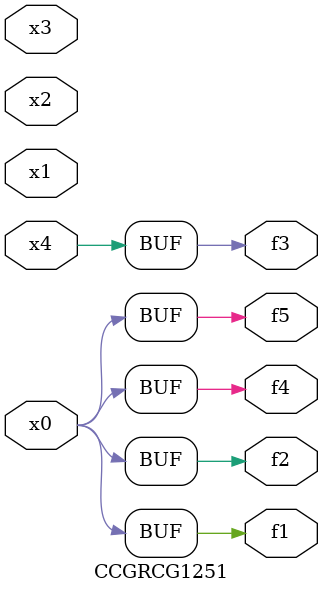
<source format=v>
module CCGRCG1251(
	input x0, x1, x2, x3, x4,
	output f1, f2, f3, f4, f5
);
	assign f1 = x0;
	assign f2 = x0;
	assign f3 = x4;
	assign f4 = x0;
	assign f5 = x0;
endmodule

</source>
